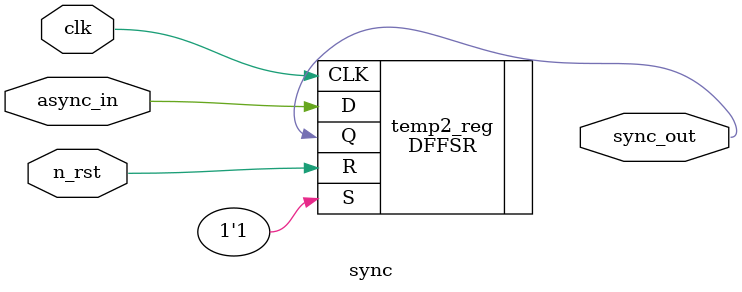
<source format=v>

module sync ( clk, n_rst, async_in, sync_out );
  input clk, n_rst, async_in;
  output sync_out;


  DFFSR temp2_reg ( .D(async_in), .CLK(clk), .R(n_rst), .S(1'b1), .Q(sync_out)
         );
endmodule


</source>
